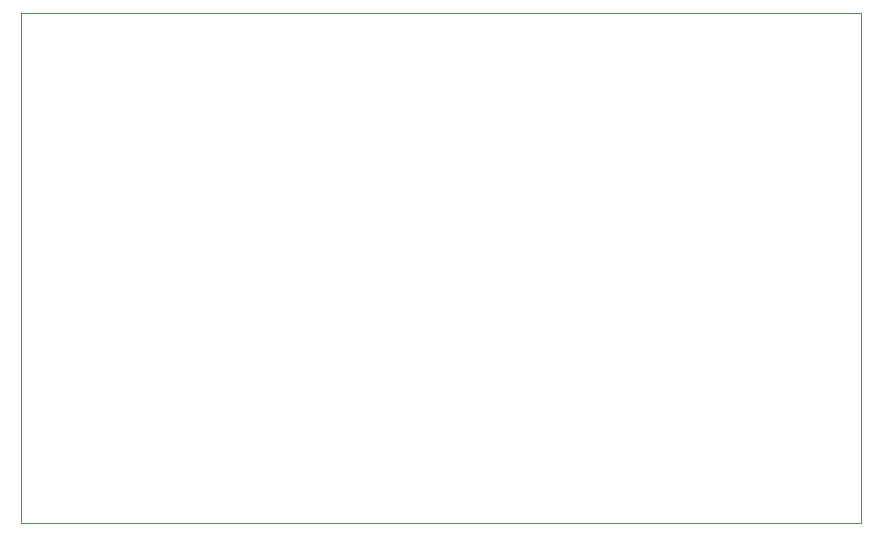
<source format=gm1>
%TF.GenerationSoftware,KiCad,Pcbnew,(5.1.10)-1*%
%TF.CreationDate,2021-05-13T13:34:22-04:00*%
%TF.ProjectId,Phase Shifter Module,50686173-6520-4536-9869-66746572204d,rev?*%
%TF.SameCoordinates,Original*%
%TF.FileFunction,Profile,NP*%
%FSLAX46Y46*%
G04 Gerber Fmt 4.6, Leading zero omitted, Abs format (unit mm)*
G04 Created by KiCad (PCBNEW (5.1.10)-1) date 2021-05-13 13:34:22*
%MOMM*%
%LPD*%
G01*
G04 APERTURE LIST*
%TA.AperFunction,Profile*%
%ADD10C,0.050000*%
%TD*%
G04 APERTURE END LIST*
D10*
X175260000Y-76200000D02*
X104140000Y-76200000D01*
X175260000Y-119380000D02*
X175260000Y-76200000D01*
X104140000Y-119380000D02*
X175260000Y-119380000D01*
X104140000Y-76200000D02*
X104140000Y-119380000D01*
M02*

</source>
